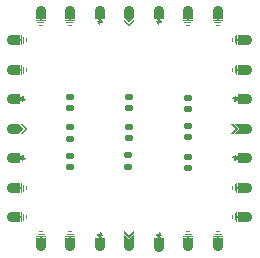
<source format=gbs>
G04 #@! TF.GenerationSoftware,KiCad,Pcbnew,9.0.0*
G04 #@! TF.CreationDate,2025-03-15T13:02:57+01:00*
G04 #@! TF.ProjectId,snowpixel,736e6f77-7069-4786-956c-2e6b69636164,rev?*
G04 #@! TF.SameCoordinates,Original*
G04 #@! TF.FileFunction,Soldermask,Bot*
G04 #@! TF.FilePolarity,Negative*
%FSLAX46Y46*%
G04 Gerber Fmt 4.6, Leading zero omitted, Abs format (unit mm)*
G04 Created by KiCad (PCBNEW 9.0.0) date 2025-03-15 13:02:57*
%MOMM*%
%LPD*%
G01*
G04 APERTURE LIST*
G04 Aperture macros list*
%AMRoundRect*
0 Rectangle with rounded corners*
0 $1 Rounding radius*
0 $2 $3 $4 $5 $6 $7 $8 $9 X,Y pos of 4 corners*
0 Add a 4 corners polygon primitive as box body*
4,1,4,$2,$3,$4,$5,$6,$7,$8,$9,$2,$3,0*
0 Add four circle primitives for the rounded corners*
1,1,$1+$1,$2,$3*
1,1,$1+$1,$4,$5*
1,1,$1+$1,$6,$7*
1,1,$1+$1,$8,$9*
0 Add four rect primitives between the rounded corners*
20,1,$1+$1,$2,$3,$4,$5,0*
20,1,$1+$1,$4,$5,$6,$7,0*
20,1,$1+$1,$6,$7,$8,$9,0*
20,1,$1+$1,$8,$9,$2,$3,0*%
%AMFreePoly0*
4,1,21,0.530354,0.450354,0.530500,0.450000,0.530500,-0.450000,0.530354,-0.450354,0.530000,-0.450500,0.440000,-0.450500,0.439646,-0.450354,0.439500,-0.450000,0.439500,-0.050500,0.350000,-0.050500,0.350000,-0.450000,-0.350000,-0.450000,-0.350000,0.450000,0.350000,0.450000,0.350000,0.050500,0.439500,0.050500,0.439500,0.450000,0.439646,0.450354,0.440000,0.450500,0.530000,0.450500,
0.530354,0.450354,0.530354,0.450354,$1*%
%AMFreePoly1*
4,1,13,0.040354,0.250354,0.040500,0.250000,0.040500,-0.300000,0.040354,-0.300354,0.040000,-0.300500,-0.050000,-0.300500,-0.050354,-0.300354,-0.050500,-0.300000,-0.050500,0.250000,-0.050354,0.250354,-0.050000,0.250500,0.040000,0.250500,0.040354,0.250354,0.040354,0.250354,$1*%
%AMFreePoly2*
4,1,13,0.050354,0.160354,0.050500,0.160000,0.050500,-0.140000,0.050354,-0.140354,0.050000,-0.140500,-0.040000,-0.140500,-0.040354,-0.140354,-0.040500,-0.140000,-0.040500,0.160000,-0.040354,0.160354,-0.040000,0.160500,0.050000,0.160500,0.050354,0.160354,0.050354,0.160354,$1*%
%AMFreePoly3*
4,1,23,0.350000,0.100060,0.649972,0.300042,0.650010,0.300049,0.650042,0.300028,0.650050,0.300000,0.650050,0.000050,0.950000,0.000050,0.950035,0.000035,0.950050,0.000000,0.950035,-0.000035,0.950028,-0.000042,0.500028,-0.300042,0.499990,-0.300049,0.499958,-0.300028,0.499950,-0.300000,0.499950,-0.050094,0.350028,-0.150042,0.350000,-0.150047,0.350000,-0.450000,-0.350000,-0.450000,
-0.350000,0.450000,0.350000,0.450000,0.350000,0.100060,0.350000,0.100060,$1*%
%AMFreePoly4*
4,1,18,0.750354,0.450354,0.750500,0.450000,0.750354,0.449646,0.300708,0.000000,0.750354,-0.449646,0.750500,-0.450000,0.750354,-0.450354,0.750000,-0.450500,0.000000,-0.450500,-0.000354,-0.450354,-0.000500,-0.450000,-0.300000,-0.450000,-0.300000,0.450000,-0.000500,0.450000,-0.000354,0.450354,0.000000,0.450500,0.750000,0.450500,0.750354,0.450354,0.750354,0.450354,$1*%
%AMFreePoly5*
4,1,17,0.550355,0.450146,0.550708,0.449999,0.550854,0.449645,0.550708,0.449292,0.101416,0.000000,0.550708,-0.449292,0.550854,-0.449646,0.550708,-0.450000,0.550355,-0.450146,0.350001,-0.450500,0.349646,-0.450354,-0.100354,-0.000354,-0.100500,0.000000,-0.100354,0.000354,0.349646,0.450354,0.350001,0.450500,0.550355,0.450146,0.550355,0.450146,$1*%
%AMFreePoly6*
4,1,16,0.275354,0.450354,0.725354,0.000354,0.725500,0.000000,0.725354,-0.000354,0.275354,-0.450354,0.275000,-0.450500,-0.125000,-0.450500,-0.125354,-0.450354,-0.125500,-0.450000,-0.275000,-0.450000,-0.275000,0.450000,-0.125500,0.450000,-0.125354,0.450354,-0.125000,0.450500,0.275000,0.450500,0.275354,0.450354,0.275354,0.450354,$1*%
%AMFreePoly7*
4,1,17,-0.299646,0.450354,0.150354,0.000354,0.150500,0.000000,0.150354,-0.000354,-0.299646,-0.450354,-0.300000,-0.450500,-0.500000,-0.450500,-0.500354,-0.450354,-0.500500,-0.450000,-0.500354,-0.449646,-0.050708,0.000000,-0.500354,0.449646,-0.500500,0.450000,-0.500354,0.450354,-0.500000,0.450500,-0.300000,0.450500,-0.299646,0.450354,-0.299646,0.450354,$1*%
G04 Aperture macros list end*
%ADD10RoundRect,0.140000X0.170000X-0.140000X0.170000X0.140000X-0.170000X0.140000X-0.170000X-0.140000X0*%
%ADD11C,0.900000*%
%ADD12FreePoly0,0.000000*%
%ADD13FreePoly1,0.000000*%
%ADD14FreePoly2,0.000000*%
%ADD15FreePoly0,270.000000*%
%ADD16FreePoly1,270.000000*%
%ADD17FreePoly2,270.000000*%
%ADD18FreePoly3,270.000000*%
%ADD19FreePoly4,90.000000*%
%ADD20FreePoly5,90.000000*%
%ADD21FreePoly0,90.000000*%
%ADD22FreePoly1,90.000000*%
%ADD23FreePoly2,90.000000*%
%ADD24FreePoly3,90.000000*%
%ADD25FreePoly3,0.000000*%
%ADD26FreePoly3,180.000000*%
%ADD27FreePoly6,270.000000*%
%ADD28FreePoly7,270.000000*%
%ADD29FreePoly6,0.000000*%
%ADD30FreePoly7,0.000000*%
%ADD31FreePoly4,180.000000*%
%ADD32FreePoly5,180.000000*%
%ADD33FreePoly0,180.000000*%
%ADD34FreePoly1,180.000000*%
%ADD35FreePoly2,180.000000*%
G04 APERTURE END LIST*
D10*
X123350000Y-59970000D03*
X123350000Y-60930000D03*
X123350000Y-63530000D03*
X123350000Y-62570000D03*
D11*
X108400000Y-65200000D03*
D12*
X108750000Y-65200000D03*
D13*
X109420000Y-65200000D03*
D14*
X109590000Y-65200000D03*
D11*
X123350000Y-50250000D03*
D15*
X123350000Y-50600000D03*
D16*
X123350000Y-51270000D03*
D17*
X123350000Y-51440000D03*
D11*
X120850000Y-50250000D03*
D18*
X120850000Y-50600000D03*
D11*
X118350000Y-70175000D03*
D19*
X118350000Y-69875000D03*
D20*
X118350000Y-69375000D03*
D10*
X118300000Y-63410000D03*
X118300000Y-62450000D03*
D11*
X113350000Y-70150000D03*
D21*
X113350000Y-69800000D03*
D22*
X113350000Y-69130000D03*
D23*
X113350000Y-68960000D03*
D11*
X125850000Y-50250000D03*
D15*
X125850000Y-50600000D03*
D16*
X125850000Y-51270000D03*
D17*
X125850000Y-51440000D03*
D11*
X108400000Y-55200000D03*
D12*
X108750000Y-55200000D03*
D13*
X109420000Y-55200000D03*
D14*
X109590000Y-55200000D03*
D11*
X110850000Y-50250000D03*
D15*
X110850000Y-50600000D03*
D16*
X110850000Y-51270000D03*
D17*
X110850000Y-51440000D03*
D11*
X115850000Y-50250000D03*
D18*
X115850000Y-50600000D03*
D11*
X110850000Y-70150000D03*
D21*
X110850000Y-69800000D03*
D22*
X110850000Y-69130000D03*
D23*
X110850000Y-68960000D03*
D11*
X115850000Y-70150000D03*
D24*
X115850000Y-69800000D03*
D11*
X108400000Y-67700000D03*
D12*
X108750000Y-67700000D03*
D13*
X109420000Y-67700000D03*
D14*
X109590000Y-67700000D03*
D11*
X108400000Y-62700000D03*
D25*
X108750000Y-62700000D03*
D10*
X113350000Y-61050000D03*
X113350000Y-60090000D03*
D11*
X125850000Y-70150000D03*
D21*
X125850000Y-69800000D03*
D22*
X125850000Y-69130000D03*
D23*
X125850000Y-68960000D03*
D11*
X108400000Y-52700000D03*
D12*
X108750000Y-52700000D03*
D13*
X109420000Y-52700000D03*
D14*
X109590000Y-52700000D03*
D11*
X128300000Y-62700000D03*
D26*
X127950000Y-62700000D03*
D11*
X118350000Y-50250000D03*
D27*
X118350000Y-50525000D03*
D28*
X118350000Y-51450000D03*
D11*
X113350000Y-50250000D03*
D15*
X113350000Y-50600000D03*
D16*
X113350000Y-51270000D03*
D17*
X113350000Y-51440000D03*
D11*
X108400000Y-57700000D03*
D25*
X108750000Y-57700000D03*
D11*
X108395000Y-60200000D03*
D29*
X108670000Y-60200000D03*
D30*
X109595000Y-60200000D03*
D11*
X128300000Y-60200000D03*
D31*
X128000000Y-60200000D03*
D32*
X127500000Y-60200000D03*
D11*
X120850000Y-70179775D03*
D24*
X120850000Y-69829775D03*
D10*
X118350000Y-58480000D03*
X118350000Y-57520000D03*
D11*
X128300000Y-52700000D03*
D33*
X127950000Y-52700000D03*
D34*
X127280000Y-52700000D03*
D35*
X127110000Y-52700000D03*
D11*
X128300000Y-55200000D03*
D33*
X127950000Y-55200000D03*
D34*
X127280000Y-55200000D03*
D35*
X127110000Y-55200000D03*
D11*
X128300000Y-67700000D03*
D33*
X127950000Y-67700000D03*
D34*
X127280000Y-67700000D03*
D35*
X127110000Y-67700000D03*
D10*
X123350000Y-58530000D03*
X123350000Y-57570000D03*
D11*
X128300000Y-57700000D03*
D26*
X127950000Y-57700000D03*
D10*
X113350000Y-58450000D03*
X113350000Y-57490000D03*
D11*
X123350000Y-70150000D03*
D21*
X123350000Y-69800000D03*
D22*
X123350000Y-69130000D03*
D23*
X123350000Y-68960000D03*
D10*
X118350000Y-60980000D03*
X118350000Y-60020000D03*
D11*
X128300000Y-65200000D03*
D33*
X127950000Y-65200000D03*
D34*
X127280000Y-65200000D03*
D35*
X127110000Y-65200000D03*
D10*
X113350000Y-63450000D03*
X113350000Y-62490000D03*
M02*

</source>
